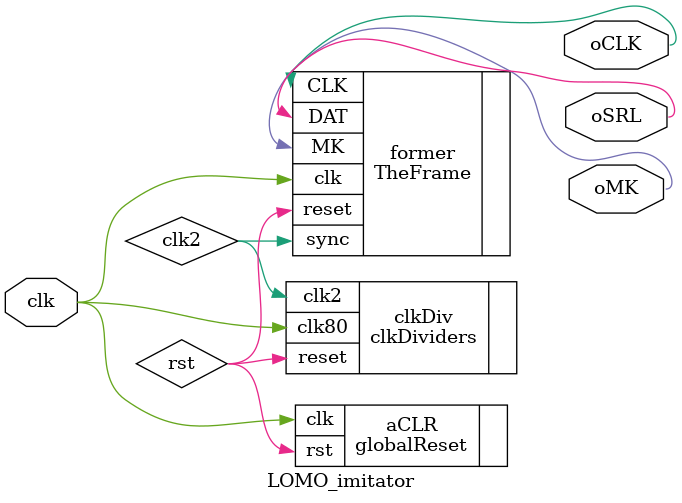
<source format=v>
module LOMO_imitator (
	input clk,			//80 mhz
	output oMK,			//yellow wire, 128
	output oCLK,		//brown wire, 127
	output oSRL			//red wire, 126
);
wire rst, clk2;

globalReset aCLR ( .clk(clk), .rst(rst) );
	defparam aCLR.clockFreq = 1;
	defparam aCLR.delayInSec = 20;
clkDividers clkDiv ( .reset(rst), .clk80(clk),.clk2(clk2) );

TheFrame former(
	.clk(clk),
	.sync(clk2),
	.reset(rst),
	.MK(oMK),
	.CLK(oCLK),
	.DAT(oSRL)
);

//assign oMK = clk2;
//assign oCLK = ~clk2;
//assign oSRL = ~clk;

endmodule

</source>
